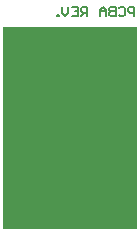
<source format=gbo>
G04*
G04 #@! TF.GenerationSoftware,Altium Limited,Altium Designer,21.6.1 (37)*
G04*
G04 Layer_Color=32896*
%FSLAX25Y25*%
%MOIN*%
G70*
G04*
G04 #@! TF.SameCoordinates,A58106A6-3A56-46F9-B803-770B48F501EE*
G04*
G04*
G04 #@! TF.FilePolarity,Positive*
G04*
G01*
G75*
%ADD13C,0.00787*%
%ADD186R,0.44500X0.67700*%
D13*
X281513Y294987D02*
Y298136D01*
X279938D01*
X279414Y297611D01*
Y296562D01*
X279938Y296037D01*
X281513D01*
X276265Y297611D02*
X276790Y298136D01*
X277839D01*
X278364Y297611D01*
Y295512D01*
X277839Y294987D01*
X276790D01*
X276265Y295512D01*
X275215Y298136D02*
Y294987D01*
X273641D01*
X273116Y295512D01*
Y296037D01*
X273641Y296562D01*
X275215D01*
X273641D01*
X273116Y297087D01*
Y297611D01*
X273641Y298136D01*
X275215D01*
X272067Y294987D02*
Y297087D01*
X271017Y298136D01*
X269968Y297087D01*
Y294987D01*
Y296562D01*
X272067D01*
X265770Y294987D02*
Y298136D01*
X264195D01*
X263671Y297611D01*
Y296562D01*
X264195Y296037D01*
X265770D01*
X264720D02*
X263671Y294987D01*
X260522Y298136D02*
X262621D01*
Y294987D01*
X260522D01*
X262621Y296562D02*
X261572D01*
X259472Y298136D02*
Y296037D01*
X258423Y294987D01*
X257373Y296037D01*
Y298136D01*
X256324Y294987D02*
Y295512D01*
X255799D01*
Y294987D01*
X256324D01*
D186*
X260050Y257750D02*
D03*
M02*

</source>
